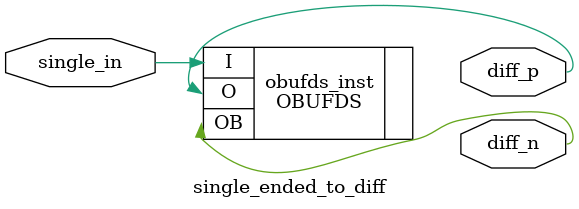
<source format=sv>
module single_ended_to_diff (
    input logic single_in,
    output logic diff_p,
    output logic diff_n
);

    OBUFDS #(
        .IOSTANDARD("LVDS"), // Specify the I/O standard
        .SLEW("FAST")           // Specify the output slew rate
    ) obufds_inst (
        .I(single_in),          // Single-ended input
        .O(diff_p),             // Positive output
        .OB(diff_n)            // Negative output
    );

endmodule
</source>
